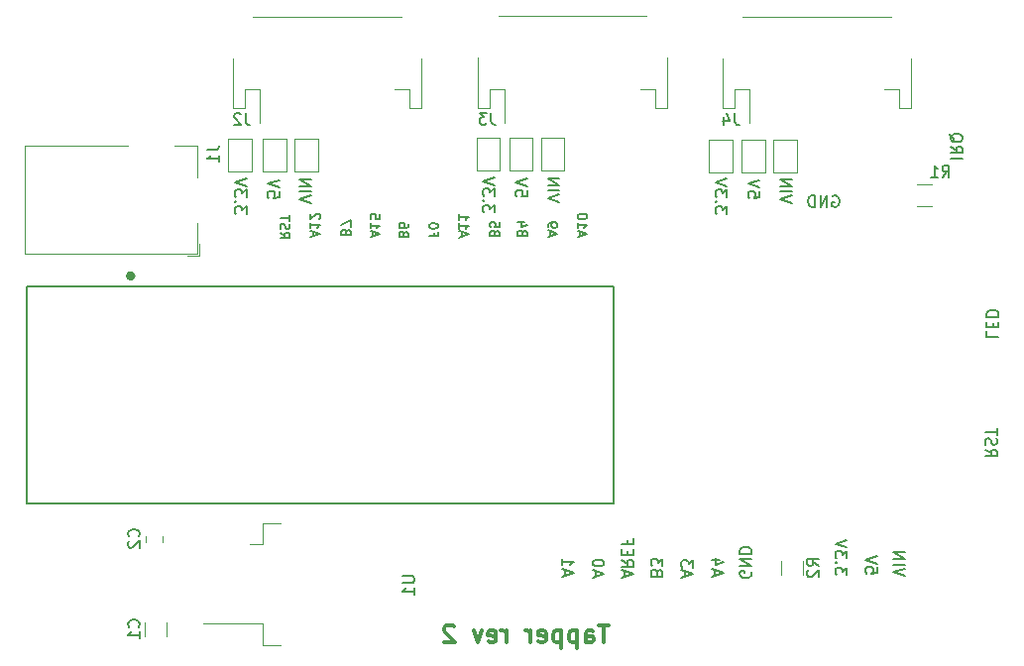
<source format=gbr>
G04 #@! TF.GenerationSoftware,KiCad,Pcbnew,5.1.5+dfsg1-2build2*
G04 #@! TF.CreationDate,2020-11-18T21:04:39-08:00*
G04 #@! TF.ProjectId,Tapper,54617070-6572-42e6-9b69-6361645f7063,rev?*
G04 #@! TF.SameCoordinates,Original*
G04 #@! TF.FileFunction,Legend,Bot*
G04 #@! TF.FilePolarity,Positive*
%FSLAX46Y46*%
G04 Gerber Fmt 4.6, Leading zero omitted, Abs format (unit mm)*
G04 Created by KiCad (PCBNEW 5.1.5+dfsg1-2build2) date 2020-11-18 21:04:39*
%MOMM*%
%LPD*%
G04 APERTURE LIST*
%ADD10C,0.150000*%
%ADD11C,0.300000*%
%ADD12C,0.120000*%
%ADD13C,0.400000*%
%ADD14C,0.127000*%
G04 APERTURE END LIST*
D10*
X224497619Y-56573809D02*
X225497619Y-56573809D01*
X224497619Y-55526190D02*
X224973809Y-55859523D01*
X224497619Y-56097619D02*
X225497619Y-56097619D01*
X225497619Y-55716666D01*
X225450000Y-55621428D01*
X225402380Y-55573809D01*
X225307142Y-55526190D01*
X225164285Y-55526190D01*
X225069047Y-55573809D01*
X225021428Y-55621428D01*
X224973809Y-55716666D01*
X224973809Y-56097619D01*
X224402380Y-54430952D02*
X224450000Y-54526190D01*
X224545238Y-54621428D01*
X224688095Y-54764285D01*
X224735714Y-54859523D01*
X224735714Y-54954761D01*
X224497619Y-54907142D02*
X224545238Y-55002380D01*
X224640476Y-55097619D01*
X224830952Y-55145238D01*
X225164285Y-55145238D01*
X225354761Y-55097619D01*
X225450000Y-55002380D01*
X225497619Y-54907142D01*
X225497619Y-54716666D01*
X225450000Y-54621428D01*
X225354761Y-54526190D01*
X225164285Y-54478571D01*
X224830952Y-54478571D01*
X224640476Y-54526190D01*
X224545238Y-54621428D01*
X224497619Y-54716666D01*
X224497619Y-54907142D01*
X192866666Y-63175119D02*
X192866666Y-62794166D01*
X192638095Y-63251309D02*
X193438095Y-62984642D01*
X192638095Y-62717976D01*
X192638095Y-62032261D02*
X192638095Y-62489404D01*
X192638095Y-62260833D02*
X193438095Y-62260833D01*
X193323809Y-62337023D01*
X193247619Y-62413214D01*
X193209523Y-62489404D01*
X193438095Y-61537023D02*
X193438095Y-61460833D01*
X193400000Y-61384642D01*
X193361904Y-61346547D01*
X193285714Y-61308452D01*
X193133333Y-61270357D01*
X192942857Y-61270357D01*
X192790476Y-61308452D01*
X192714285Y-61346547D01*
X192676190Y-61384642D01*
X192638095Y-61460833D01*
X192638095Y-61537023D01*
X192676190Y-61613214D01*
X192714285Y-61651309D01*
X192790476Y-61689404D01*
X192942857Y-61727500D01*
X193133333Y-61727500D01*
X193285714Y-61689404D01*
X193361904Y-61651309D01*
X193400000Y-61613214D01*
X193438095Y-61537023D01*
X190316666Y-63150119D02*
X190316666Y-62769166D01*
X190088095Y-63226309D02*
X190888095Y-62959642D01*
X190088095Y-62692976D01*
X190088095Y-62388214D02*
X190088095Y-62235833D01*
X190126190Y-62159642D01*
X190164285Y-62121547D01*
X190278571Y-62045357D01*
X190430952Y-62007261D01*
X190735714Y-62007261D01*
X190811904Y-62045357D01*
X190850000Y-62083452D01*
X190888095Y-62159642D01*
X190888095Y-62312023D01*
X190850000Y-62388214D01*
X190811904Y-62426309D01*
X190735714Y-62464404D01*
X190545238Y-62464404D01*
X190469047Y-62426309D01*
X190430952Y-62388214D01*
X190392857Y-62312023D01*
X190392857Y-62159642D01*
X190430952Y-62083452D01*
X190469047Y-62045357D01*
X190545238Y-62007261D01*
X187957142Y-62895357D02*
X187919047Y-62781071D01*
X187880952Y-62742976D01*
X187804761Y-62704880D01*
X187690476Y-62704880D01*
X187614285Y-62742976D01*
X187576190Y-62781071D01*
X187538095Y-62857261D01*
X187538095Y-63162023D01*
X188338095Y-63162023D01*
X188338095Y-62895357D01*
X188300000Y-62819166D01*
X188261904Y-62781071D01*
X188185714Y-62742976D01*
X188109523Y-62742976D01*
X188033333Y-62781071D01*
X187995238Y-62819166D01*
X187957142Y-62895357D01*
X187957142Y-63162023D01*
X188071428Y-62019166D02*
X187538095Y-62019166D01*
X188376190Y-62209642D02*
X187804761Y-62400119D01*
X187804761Y-61904880D01*
X185557142Y-62920357D02*
X185519047Y-62806071D01*
X185480952Y-62767976D01*
X185404761Y-62729880D01*
X185290476Y-62729880D01*
X185214285Y-62767976D01*
X185176190Y-62806071D01*
X185138095Y-62882261D01*
X185138095Y-63187023D01*
X185938095Y-63187023D01*
X185938095Y-62920357D01*
X185900000Y-62844166D01*
X185861904Y-62806071D01*
X185785714Y-62767976D01*
X185709523Y-62767976D01*
X185633333Y-62806071D01*
X185595238Y-62844166D01*
X185557142Y-62920357D01*
X185557142Y-63187023D01*
X185938095Y-62006071D02*
X185938095Y-62387023D01*
X185557142Y-62425119D01*
X185595238Y-62387023D01*
X185633333Y-62310833D01*
X185633333Y-62120357D01*
X185595238Y-62044166D01*
X185557142Y-62006071D01*
X185480952Y-61967976D01*
X185290476Y-61967976D01*
X185214285Y-62006071D01*
X185176190Y-62044166D01*
X185138095Y-62120357D01*
X185138095Y-62310833D01*
X185176190Y-62387023D01*
X185214285Y-62425119D01*
X182741666Y-63225119D02*
X182741666Y-62844166D01*
X182513095Y-63301309D02*
X183313095Y-63034642D01*
X182513095Y-62767976D01*
X182513095Y-62082261D02*
X182513095Y-62539404D01*
X182513095Y-62310833D02*
X183313095Y-62310833D01*
X183198809Y-62387023D01*
X183122619Y-62463214D01*
X183084523Y-62539404D01*
X182513095Y-61320357D02*
X182513095Y-61777500D01*
X182513095Y-61548928D02*
X183313095Y-61548928D01*
X183198809Y-61625119D01*
X183122619Y-61701309D01*
X183084523Y-61777500D01*
X167263095Y-62879880D02*
X167644047Y-63146547D01*
X167263095Y-63337023D02*
X168063095Y-63337023D01*
X168063095Y-63032261D01*
X168025000Y-62956071D01*
X167986904Y-62917976D01*
X167910714Y-62879880D01*
X167796428Y-62879880D01*
X167720238Y-62917976D01*
X167682142Y-62956071D01*
X167644047Y-63032261D01*
X167644047Y-63337023D01*
X167301190Y-62575119D02*
X167263095Y-62460833D01*
X167263095Y-62270357D01*
X167301190Y-62194166D01*
X167339285Y-62156071D01*
X167415476Y-62117976D01*
X167491666Y-62117976D01*
X167567857Y-62156071D01*
X167605952Y-62194166D01*
X167644047Y-62270357D01*
X167682142Y-62422738D01*
X167720238Y-62498928D01*
X167758333Y-62537023D01*
X167834523Y-62575119D01*
X167910714Y-62575119D01*
X167986904Y-62537023D01*
X168025000Y-62498928D01*
X168063095Y-62422738D01*
X168063095Y-62232261D01*
X168025000Y-62117976D01*
X168063095Y-61889404D02*
X168063095Y-61432261D01*
X167263095Y-61660833D02*
X168063095Y-61660833D01*
X170066666Y-63175119D02*
X170066666Y-62794166D01*
X169838095Y-63251309D02*
X170638095Y-62984642D01*
X169838095Y-62717976D01*
X169838095Y-62032261D02*
X169838095Y-62489404D01*
X169838095Y-62260833D02*
X170638095Y-62260833D01*
X170523809Y-62337023D01*
X170447619Y-62413214D01*
X170409523Y-62489404D01*
X170561904Y-61727500D02*
X170600000Y-61689404D01*
X170638095Y-61613214D01*
X170638095Y-61422738D01*
X170600000Y-61346547D01*
X170561904Y-61308452D01*
X170485714Y-61270357D01*
X170409523Y-61270357D01*
X170295238Y-61308452D01*
X169838095Y-61765595D01*
X169838095Y-61270357D01*
X172857142Y-62845357D02*
X172819047Y-62731071D01*
X172780952Y-62692976D01*
X172704761Y-62654880D01*
X172590476Y-62654880D01*
X172514285Y-62692976D01*
X172476190Y-62731071D01*
X172438095Y-62807261D01*
X172438095Y-63112023D01*
X173238095Y-63112023D01*
X173238095Y-62845357D01*
X173200000Y-62769166D01*
X173161904Y-62731071D01*
X173085714Y-62692976D01*
X173009523Y-62692976D01*
X172933333Y-62731071D01*
X172895238Y-62769166D01*
X172857142Y-62845357D01*
X172857142Y-63112023D01*
X173238095Y-62388214D02*
X173238095Y-61854880D01*
X172438095Y-62197738D01*
X175166666Y-63200119D02*
X175166666Y-62819166D01*
X174938095Y-63276309D02*
X175738095Y-63009642D01*
X174938095Y-62742976D01*
X174938095Y-62057261D02*
X174938095Y-62514404D01*
X174938095Y-62285833D02*
X175738095Y-62285833D01*
X175623809Y-62362023D01*
X175547619Y-62438214D01*
X175509523Y-62514404D01*
X175738095Y-61333452D02*
X175738095Y-61714404D01*
X175357142Y-61752500D01*
X175395238Y-61714404D01*
X175433333Y-61638214D01*
X175433333Y-61447738D01*
X175395238Y-61371547D01*
X175357142Y-61333452D01*
X175280952Y-61295357D01*
X175090476Y-61295357D01*
X175014285Y-61333452D01*
X174976190Y-61371547D01*
X174938095Y-61447738D01*
X174938095Y-61638214D01*
X174976190Y-61714404D01*
X175014285Y-61752500D01*
X177807142Y-63023809D02*
X177769047Y-62909523D01*
X177730952Y-62871428D01*
X177654761Y-62833333D01*
X177540476Y-62833333D01*
X177464285Y-62871428D01*
X177426190Y-62909523D01*
X177388095Y-62985714D01*
X177388095Y-63290476D01*
X178188095Y-63290476D01*
X178188095Y-63023809D01*
X178150000Y-62947619D01*
X178111904Y-62909523D01*
X178035714Y-62871428D01*
X177959523Y-62871428D01*
X177883333Y-62909523D01*
X177845238Y-62947619D01*
X177807142Y-63023809D01*
X177807142Y-63290476D01*
X178188095Y-62147619D02*
X178188095Y-62300000D01*
X178150000Y-62376190D01*
X178111904Y-62414285D01*
X177997619Y-62490476D01*
X177845238Y-62528571D01*
X177540476Y-62528571D01*
X177464285Y-62490476D01*
X177426190Y-62452380D01*
X177388095Y-62376190D01*
X177388095Y-62223809D01*
X177426190Y-62147619D01*
X177464285Y-62109523D01*
X177540476Y-62071428D01*
X177730952Y-62071428D01*
X177807142Y-62109523D01*
X177845238Y-62147619D01*
X177883333Y-62223809D01*
X177883333Y-62376190D01*
X177845238Y-62452380D01*
X177807142Y-62490476D01*
X177730952Y-62528571D01*
X180357142Y-62941666D02*
X180357142Y-63208333D01*
X179938095Y-63208333D02*
X180738095Y-63208333D01*
X180738095Y-62827380D01*
X180738095Y-62370238D02*
X180738095Y-62294047D01*
X180700000Y-62217857D01*
X180661904Y-62179761D01*
X180585714Y-62141666D01*
X180433333Y-62103571D01*
X180242857Y-62103571D01*
X180090476Y-62141666D01*
X180014285Y-62179761D01*
X179976190Y-62217857D01*
X179938095Y-62294047D01*
X179938095Y-62370238D01*
X179976190Y-62446428D01*
X180014285Y-62484523D01*
X180090476Y-62522619D01*
X180242857Y-62560714D01*
X180433333Y-62560714D01*
X180585714Y-62522619D01*
X180661904Y-62484523D01*
X180700000Y-62446428D01*
X180738095Y-62370238D01*
D11*
X195317142Y-96408571D02*
X194460000Y-96408571D01*
X194888571Y-97908571D02*
X194888571Y-96408571D01*
X193317142Y-97908571D02*
X193317142Y-97122857D01*
X193388571Y-96980000D01*
X193531428Y-96908571D01*
X193817142Y-96908571D01*
X193960000Y-96980000D01*
X193317142Y-97837142D02*
X193460000Y-97908571D01*
X193817142Y-97908571D01*
X193960000Y-97837142D01*
X194031428Y-97694285D01*
X194031428Y-97551428D01*
X193960000Y-97408571D01*
X193817142Y-97337142D01*
X193460000Y-97337142D01*
X193317142Y-97265714D01*
X192602857Y-96908571D02*
X192602857Y-98408571D01*
X192602857Y-96980000D02*
X192460000Y-96908571D01*
X192174285Y-96908571D01*
X192031428Y-96980000D01*
X191960000Y-97051428D01*
X191888571Y-97194285D01*
X191888571Y-97622857D01*
X191960000Y-97765714D01*
X192031428Y-97837142D01*
X192174285Y-97908571D01*
X192460000Y-97908571D01*
X192602857Y-97837142D01*
X191245714Y-96908571D02*
X191245714Y-98408571D01*
X191245714Y-96980000D02*
X191102857Y-96908571D01*
X190817142Y-96908571D01*
X190674285Y-96980000D01*
X190602857Y-97051428D01*
X190531428Y-97194285D01*
X190531428Y-97622857D01*
X190602857Y-97765714D01*
X190674285Y-97837142D01*
X190817142Y-97908571D01*
X191102857Y-97908571D01*
X191245714Y-97837142D01*
X189317142Y-97837142D02*
X189460000Y-97908571D01*
X189745714Y-97908571D01*
X189888571Y-97837142D01*
X189960000Y-97694285D01*
X189960000Y-97122857D01*
X189888571Y-96980000D01*
X189745714Y-96908571D01*
X189460000Y-96908571D01*
X189317142Y-96980000D01*
X189245714Y-97122857D01*
X189245714Y-97265714D01*
X189960000Y-97408571D01*
X188602857Y-97908571D02*
X188602857Y-96908571D01*
X188602857Y-97194285D02*
X188531428Y-97051428D01*
X188460000Y-96980000D01*
X188317142Y-96908571D01*
X188174285Y-96908571D01*
X186531428Y-97908571D02*
X186531428Y-96908571D01*
X186531428Y-97194285D02*
X186460000Y-97051428D01*
X186388571Y-96980000D01*
X186245714Y-96908571D01*
X186102857Y-96908571D01*
X185031428Y-97837142D02*
X185174285Y-97908571D01*
X185460000Y-97908571D01*
X185602857Y-97837142D01*
X185674285Y-97694285D01*
X185674285Y-97122857D01*
X185602857Y-96980000D01*
X185460000Y-96908571D01*
X185174285Y-96908571D01*
X185031428Y-96980000D01*
X184960000Y-97122857D01*
X184960000Y-97265714D01*
X185674285Y-97408571D01*
X184460000Y-96908571D02*
X184102857Y-97908571D01*
X183745714Y-96908571D01*
X182102857Y-96551428D02*
X182031428Y-96480000D01*
X181888571Y-96408571D01*
X181531428Y-96408571D01*
X181388571Y-96480000D01*
X181317142Y-96551428D01*
X181245714Y-96694285D01*
X181245714Y-96837142D01*
X181317142Y-97051428D01*
X182174285Y-97908571D01*
X181245714Y-97908571D01*
D10*
X214420595Y-59760000D02*
X214515833Y-59712380D01*
X214658690Y-59712380D01*
X214801547Y-59760000D01*
X214896785Y-59855238D01*
X214944404Y-59950476D01*
X214992023Y-60140952D01*
X214992023Y-60283809D01*
X214944404Y-60474285D01*
X214896785Y-60569523D01*
X214801547Y-60664761D01*
X214658690Y-60712380D01*
X214563452Y-60712380D01*
X214420595Y-60664761D01*
X214372976Y-60617142D01*
X214372976Y-60283809D01*
X214563452Y-60283809D01*
X213944404Y-60712380D02*
X213944404Y-59712380D01*
X213372976Y-60712380D01*
X213372976Y-59712380D01*
X212896785Y-60712380D02*
X212896785Y-59712380D01*
X212658690Y-59712380D01*
X212515833Y-59760000D01*
X212420595Y-59855238D01*
X212372976Y-59950476D01*
X212325357Y-60140952D01*
X212325357Y-60283809D01*
X212372976Y-60474285D01*
X212420595Y-60569523D01*
X212515833Y-60664761D01*
X212658690Y-60712380D01*
X212896785Y-60712380D01*
X164357619Y-61276190D02*
X164357619Y-60657142D01*
X163976666Y-60990476D01*
X163976666Y-60847619D01*
X163929047Y-60752380D01*
X163881428Y-60704761D01*
X163786190Y-60657142D01*
X163548095Y-60657142D01*
X163452857Y-60704761D01*
X163405238Y-60752380D01*
X163357619Y-60847619D01*
X163357619Y-61133333D01*
X163405238Y-61228571D01*
X163452857Y-61276190D01*
X163452857Y-60228571D02*
X163405238Y-60180952D01*
X163357619Y-60228571D01*
X163405238Y-60276190D01*
X163452857Y-60228571D01*
X163357619Y-60228571D01*
X164357619Y-59847619D02*
X164357619Y-59228571D01*
X163976666Y-59561904D01*
X163976666Y-59419047D01*
X163929047Y-59323809D01*
X163881428Y-59276190D01*
X163786190Y-59228571D01*
X163548095Y-59228571D01*
X163452857Y-59276190D01*
X163405238Y-59323809D01*
X163357619Y-59419047D01*
X163357619Y-59704761D01*
X163405238Y-59800000D01*
X163452857Y-59847619D01*
X164357619Y-58942857D02*
X163357619Y-58609523D01*
X164357619Y-58276190D01*
X167157619Y-59390476D02*
X167157619Y-59866666D01*
X166681428Y-59914285D01*
X166729047Y-59866666D01*
X166776666Y-59771428D01*
X166776666Y-59533333D01*
X166729047Y-59438095D01*
X166681428Y-59390476D01*
X166586190Y-59342857D01*
X166348095Y-59342857D01*
X166252857Y-59390476D01*
X166205238Y-59438095D01*
X166157619Y-59533333D01*
X166157619Y-59771428D01*
X166205238Y-59866666D01*
X166252857Y-59914285D01*
X167157619Y-59057142D02*
X166157619Y-58723809D01*
X167157619Y-58390476D01*
X169907619Y-60395238D02*
X168907619Y-60061904D01*
X169907619Y-59728571D01*
X168907619Y-59395238D02*
X169907619Y-59395238D01*
X168907619Y-58919047D02*
X169907619Y-58919047D01*
X168907619Y-58347619D01*
X169907619Y-58347619D01*
X208197619Y-59390476D02*
X208197619Y-59866666D01*
X207721428Y-59914285D01*
X207769047Y-59866666D01*
X207816666Y-59771428D01*
X207816666Y-59533333D01*
X207769047Y-59438095D01*
X207721428Y-59390476D01*
X207626190Y-59342857D01*
X207388095Y-59342857D01*
X207292857Y-59390476D01*
X207245238Y-59438095D01*
X207197619Y-59533333D01*
X207197619Y-59771428D01*
X207245238Y-59866666D01*
X207292857Y-59914285D01*
X208197619Y-59057142D02*
X207197619Y-58723809D01*
X208197619Y-58390476D01*
X210947619Y-60395238D02*
X209947619Y-60061904D01*
X210947619Y-59728571D01*
X209947619Y-59395238D02*
X210947619Y-59395238D01*
X209947619Y-58919047D02*
X210947619Y-58919047D01*
X209947619Y-58347619D01*
X210947619Y-58347619D01*
X205397619Y-61276190D02*
X205397619Y-60657142D01*
X205016666Y-60990476D01*
X205016666Y-60847619D01*
X204969047Y-60752380D01*
X204921428Y-60704761D01*
X204826190Y-60657142D01*
X204588095Y-60657142D01*
X204492857Y-60704761D01*
X204445238Y-60752380D01*
X204397619Y-60847619D01*
X204397619Y-61133333D01*
X204445238Y-61228571D01*
X204492857Y-61276190D01*
X204492857Y-60228571D02*
X204445238Y-60180952D01*
X204397619Y-60228571D01*
X204445238Y-60276190D01*
X204492857Y-60228571D01*
X204397619Y-60228571D01*
X205397619Y-59847619D02*
X205397619Y-59228571D01*
X205016666Y-59561904D01*
X205016666Y-59419047D01*
X204969047Y-59323809D01*
X204921428Y-59276190D01*
X204826190Y-59228571D01*
X204588095Y-59228571D01*
X204492857Y-59276190D01*
X204445238Y-59323809D01*
X204397619Y-59419047D01*
X204397619Y-59704761D01*
X204445238Y-59800000D01*
X204492857Y-59847619D01*
X205397619Y-58942857D02*
X204397619Y-58609523D01*
X205397619Y-58276190D01*
X227587619Y-71322857D02*
X227587619Y-71799047D01*
X228587619Y-71799047D01*
X228111428Y-70989523D02*
X228111428Y-70656190D01*
X227587619Y-70513333D02*
X227587619Y-70989523D01*
X228587619Y-70989523D01*
X228587619Y-70513333D01*
X227587619Y-70084761D02*
X228587619Y-70084761D01*
X228587619Y-69846666D01*
X228540000Y-69703809D01*
X228444761Y-69608571D01*
X228349523Y-69560952D01*
X228159047Y-69513333D01*
X228016190Y-69513333D01*
X227825714Y-69560952D01*
X227730476Y-69608571D01*
X227635238Y-69703809D01*
X227587619Y-69846666D01*
X227587619Y-70084761D01*
X227457619Y-81417619D02*
X227933809Y-81750952D01*
X227457619Y-81989047D02*
X228457619Y-81989047D01*
X228457619Y-81608095D01*
X228410000Y-81512857D01*
X228362380Y-81465238D01*
X228267142Y-81417619D01*
X228124285Y-81417619D01*
X228029047Y-81465238D01*
X227981428Y-81512857D01*
X227933809Y-81608095D01*
X227933809Y-81989047D01*
X227505238Y-81036666D02*
X227457619Y-80893809D01*
X227457619Y-80655714D01*
X227505238Y-80560476D01*
X227552857Y-80512857D01*
X227648095Y-80465238D01*
X227743333Y-80465238D01*
X227838571Y-80512857D01*
X227886190Y-80560476D01*
X227933809Y-80655714D01*
X227981428Y-80846190D01*
X228029047Y-80941428D01*
X228076666Y-80989047D01*
X228171904Y-81036666D01*
X228267142Y-81036666D01*
X228362380Y-80989047D01*
X228410000Y-80941428D01*
X228457619Y-80846190D01*
X228457619Y-80608095D01*
X228410000Y-80465238D01*
X228457619Y-80179523D02*
X228457619Y-79608095D01*
X227457619Y-79893809D02*
X228457619Y-79893809D01*
X207450000Y-91840595D02*
X207497619Y-91935833D01*
X207497619Y-92078690D01*
X207450000Y-92221547D01*
X207354761Y-92316785D01*
X207259523Y-92364404D01*
X207069047Y-92412023D01*
X206926190Y-92412023D01*
X206735714Y-92364404D01*
X206640476Y-92316785D01*
X206545238Y-92221547D01*
X206497619Y-92078690D01*
X206497619Y-91983452D01*
X206545238Y-91840595D01*
X206592857Y-91792976D01*
X206926190Y-91792976D01*
X206926190Y-91983452D01*
X206497619Y-91364404D02*
X207497619Y-91364404D01*
X206497619Y-90792976D01*
X207497619Y-90792976D01*
X206497619Y-90316785D02*
X207497619Y-90316785D01*
X207497619Y-90078690D01*
X207450000Y-89935833D01*
X207354761Y-89840595D01*
X207259523Y-89792976D01*
X207069047Y-89745357D01*
X206926190Y-89745357D01*
X206735714Y-89792976D01*
X206640476Y-89840595D01*
X206545238Y-89935833D01*
X206497619Y-90078690D01*
X206497619Y-90316785D01*
X191583333Y-92162023D02*
X191583333Y-91685833D01*
X191297619Y-92257261D02*
X192297619Y-91923928D01*
X191297619Y-91590595D01*
X191297619Y-90733452D02*
X191297619Y-91304880D01*
X191297619Y-91019166D02*
X192297619Y-91019166D01*
X192154761Y-91114404D01*
X192059523Y-91209642D01*
X192011904Y-91304880D01*
X194183333Y-92262023D02*
X194183333Y-91785833D01*
X193897619Y-92357261D02*
X194897619Y-92023928D01*
X193897619Y-91690595D01*
X194897619Y-91166785D02*
X194897619Y-91071547D01*
X194850000Y-90976309D01*
X194802380Y-90928690D01*
X194707142Y-90881071D01*
X194516666Y-90833452D01*
X194278571Y-90833452D01*
X194088095Y-90881071D01*
X193992857Y-90928690D01*
X193945238Y-90976309D01*
X193897619Y-91071547D01*
X193897619Y-91166785D01*
X193945238Y-91262023D01*
X193992857Y-91309642D01*
X194088095Y-91357261D01*
X194278571Y-91404880D01*
X194516666Y-91404880D01*
X194707142Y-91357261D01*
X194802380Y-91309642D01*
X194850000Y-91262023D01*
X194897619Y-91166785D01*
X196683333Y-92312023D02*
X196683333Y-91835833D01*
X196397619Y-92407261D02*
X197397619Y-92073928D01*
X196397619Y-91740595D01*
X196397619Y-90835833D02*
X196873809Y-91169166D01*
X196397619Y-91407261D02*
X197397619Y-91407261D01*
X197397619Y-91026309D01*
X197350000Y-90931071D01*
X197302380Y-90883452D01*
X197207142Y-90835833D01*
X197064285Y-90835833D01*
X196969047Y-90883452D01*
X196921428Y-90931071D01*
X196873809Y-91026309D01*
X196873809Y-91407261D01*
X196921428Y-90407261D02*
X196921428Y-90073928D01*
X196397619Y-89931071D02*
X196397619Y-90407261D01*
X197397619Y-90407261D01*
X197397619Y-89931071D01*
X196921428Y-89169166D02*
X196921428Y-89502500D01*
X196397619Y-89502500D02*
X197397619Y-89502500D01*
X197397619Y-89026309D01*
X199421428Y-91931071D02*
X199373809Y-91788214D01*
X199326190Y-91740595D01*
X199230952Y-91692976D01*
X199088095Y-91692976D01*
X198992857Y-91740595D01*
X198945238Y-91788214D01*
X198897619Y-91883452D01*
X198897619Y-92264404D01*
X199897619Y-92264404D01*
X199897619Y-91931071D01*
X199850000Y-91835833D01*
X199802380Y-91788214D01*
X199707142Y-91740595D01*
X199611904Y-91740595D01*
X199516666Y-91788214D01*
X199469047Y-91835833D01*
X199421428Y-91931071D01*
X199421428Y-92264404D01*
X199897619Y-91359642D02*
X199897619Y-90740595D01*
X199516666Y-91073928D01*
X199516666Y-90931071D01*
X199469047Y-90835833D01*
X199421428Y-90788214D01*
X199326190Y-90740595D01*
X199088095Y-90740595D01*
X198992857Y-90788214D01*
X198945238Y-90835833D01*
X198897619Y-90931071D01*
X198897619Y-91216785D01*
X198945238Y-91312023D01*
X198992857Y-91359642D01*
X201783333Y-92312023D02*
X201783333Y-91835833D01*
X201497619Y-92407261D02*
X202497619Y-92073928D01*
X201497619Y-91740595D01*
X202497619Y-91502500D02*
X202497619Y-90883452D01*
X202116666Y-91216785D01*
X202116666Y-91073928D01*
X202069047Y-90978690D01*
X202021428Y-90931071D01*
X201926190Y-90883452D01*
X201688095Y-90883452D01*
X201592857Y-90931071D01*
X201545238Y-90978690D01*
X201497619Y-91073928D01*
X201497619Y-91359642D01*
X201545238Y-91454880D01*
X201592857Y-91502500D01*
X204383333Y-92162023D02*
X204383333Y-91685833D01*
X204097619Y-92257261D02*
X205097619Y-91923928D01*
X204097619Y-91590595D01*
X204764285Y-90828690D02*
X204097619Y-90828690D01*
X205145238Y-91066785D02*
X204430952Y-91304880D01*
X204430952Y-90685833D01*
X215647619Y-92126190D02*
X215647619Y-91507142D01*
X215266666Y-91840476D01*
X215266666Y-91697619D01*
X215219047Y-91602380D01*
X215171428Y-91554761D01*
X215076190Y-91507142D01*
X214838095Y-91507142D01*
X214742857Y-91554761D01*
X214695238Y-91602380D01*
X214647619Y-91697619D01*
X214647619Y-91983333D01*
X214695238Y-92078571D01*
X214742857Y-92126190D01*
X214742857Y-91078571D02*
X214695238Y-91030952D01*
X214647619Y-91078571D01*
X214695238Y-91126190D01*
X214742857Y-91078571D01*
X214647619Y-91078571D01*
X215647619Y-90697619D02*
X215647619Y-90078571D01*
X215266666Y-90411904D01*
X215266666Y-90269047D01*
X215219047Y-90173809D01*
X215171428Y-90126190D01*
X215076190Y-90078571D01*
X214838095Y-90078571D01*
X214742857Y-90126190D01*
X214695238Y-90173809D01*
X214647619Y-90269047D01*
X214647619Y-90554761D01*
X214695238Y-90650000D01*
X214742857Y-90697619D01*
X215647619Y-89792857D02*
X214647619Y-89459523D01*
X215647619Y-89126190D01*
X218247619Y-91490476D02*
X218247619Y-91966666D01*
X217771428Y-92014285D01*
X217819047Y-91966666D01*
X217866666Y-91871428D01*
X217866666Y-91633333D01*
X217819047Y-91538095D01*
X217771428Y-91490476D01*
X217676190Y-91442857D01*
X217438095Y-91442857D01*
X217342857Y-91490476D01*
X217295238Y-91538095D01*
X217247619Y-91633333D01*
X217247619Y-91871428D01*
X217295238Y-91966666D01*
X217342857Y-92014285D01*
X218247619Y-91157142D02*
X217247619Y-90823809D01*
X218247619Y-90490476D01*
X220597619Y-92245238D02*
X219597619Y-91911904D01*
X220597619Y-91578571D01*
X219597619Y-91245238D02*
X220597619Y-91245238D01*
X219597619Y-90769047D02*
X220597619Y-90769047D01*
X219597619Y-90197619D01*
X220597619Y-90197619D01*
X180357142Y-62941666D02*
X180357142Y-63208333D01*
X179938095Y-63208333D02*
X180738095Y-63208333D01*
X180738095Y-62827380D01*
X180738095Y-62370238D02*
X180738095Y-62294047D01*
X180700000Y-62217857D01*
X180661904Y-62179761D01*
X180585714Y-62141666D01*
X180433333Y-62103571D01*
X180242857Y-62103571D01*
X180090476Y-62141666D01*
X180014285Y-62179761D01*
X179976190Y-62217857D01*
X179938095Y-62294047D01*
X179938095Y-62370238D01*
X179976190Y-62446428D01*
X180014285Y-62484523D01*
X180090476Y-62522619D01*
X180242857Y-62560714D01*
X180433333Y-62560714D01*
X180585714Y-62522619D01*
X180661904Y-62484523D01*
X180700000Y-62446428D01*
X180738095Y-62370238D01*
X185547619Y-61176190D02*
X185547619Y-60557142D01*
X185166666Y-60890476D01*
X185166666Y-60747619D01*
X185119047Y-60652380D01*
X185071428Y-60604761D01*
X184976190Y-60557142D01*
X184738095Y-60557142D01*
X184642857Y-60604761D01*
X184595238Y-60652380D01*
X184547619Y-60747619D01*
X184547619Y-61033333D01*
X184595238Y-61128571D01*
X184642857Y-61176190D01*
X184642857Y-60128571D02*
X184595238Y-60080952D01*
X184547619Y-60128571D01*
X184595238Y-60176190D01*
X184642857Y-60128571D01*
X184547619Y-60128571D01*
X185547619Y-59747619D02*
X185547619Y-59128571D01*
X185166666Y-59461904D01*
X185166666Y-59319047D01*
X185119047Y-59223809D01*
X185071428Y-59176190D01*
X184976190Y-59128571D01*
X184738095Y-59128571D01*
X184642857Y-59176190D01*
X184595238Y-59223809D01*
X184547619Y-59319047D01*
X184547619Y-59604761D01*
X184595238Y-59700000D01*
X184642857Y-59747619D01*
X185547619Y-58842857D02*
X184547619Y-58509523D01*
X185547619Y-58176190D01*
X188347619Y-59290476D02*
X188347619Y-59766666D01*
X187871428Y-59814285D01*
X187919047Y-59766666D01*
X187966666Y-59671428D01*
X187966666Y-59433333D01*
X187919047Y-59338095D01*
X187871428Y-59290476D01*
X187776190Y-59242857D01*
X187538095Y-59242857D01*
X187442857Y-59290476D01*
X187395238Y-59338095D01*
X187347619Y-59433333D01*
X187347619Y-59671428D01*
X187395238Y-59766666D01*
X187442857Y-59814285D01*
X188347619Y-58957142D02*
X187347619Y-58623809D01*
X188347619Y-58290476D01*
X191097619Y-60295238D02*
X190097619Y-59961904D01*
X191097619Y-59628571D01*
X190097619Y-59295238D02*
X191097619Y-59295238D01*
X190097619Y-58819047D02*
X191097619Y-58819047D01*
X190097619Y-58247619D01*
X191097619Y-58247619D01*
D12*
X210065000Y-92127064D02*
X210065000Y-90922936D01*
X211885000Y-92127064D02*
X211885000Y-90922936D01*
D13*
X154670000Y-66590000D02*
G75*
G03X154670000Y-66590000I-200000J0D01*
G01*
D14*
X195745000Y-86020000D02*
X195745000Y-67480000D01*
X145580000Y-86021000D02*
X195745000Y-86020000D01*
X145580000Y-67480000D02*
X145580000Y-86021000D01*
X195745000Y-67480000D02*
X145580000Y-67480000D01*
D12*
X221647936Y-58790000D02*
X222852064Y-58790000D01*
X221647936Y-60610000D02*
X222852064Y-60610000D01*
X205850000Y-57750000D02*
X205850000Y-54950000D01*
X205850000Y-54950000D02*
X203850000Y-54950000D01*
X203850000Y-54950000D02*
X203850000Y-57750000D01*
X203850000Y-57750000D02*
X205850000Y-57750000D01*
X208650000Y-57750000D02*
X208650000Y-54950000D01*
X208650000Y-54950000D02*
X206650000Y-54950000D01*
X206650000Y-54950000D02*
X206650000Y-57750000D01*
X206650000Y-57750000D02*
X208650000Y-57750000D01*
X211350000Y-57750000D02*
X211350000Y-54950000D01*
X211350000Y-54950000D02*
X209350000Y-54950000D01*
X209350000Y-54950000D02*
X209350000Y-57750000D01*
X209350000Y-57750000D02*
X211350000Y-57750000D01*
X191500000Y-57600000D02*
X191500000Y-54800000D01*
X191500000Y-54800000D02*
X189500000Y-54800000D01*
X189500000Y-54800000D02*
X189500000Y-57600000D01*
X189500000Y-57600000D02*
X191500000Y-57600000D01*
X170460000Y-57650000D02*
X170460000Y-54850000D01*
X170460000Y-54850000D02*
X168460000Y-54850000D01*
X168460000Y-54850000D02*
X168460000Y-57650000D01*
X168460000Y-57650000D02*
X170460000Y-57650000D01*
X188800000Y-57600000D02*
X188800000Y-54800000D01*
X188800000Y-54800000D02*
X186800000Y-54800000D01*
X186800000Y-54800000D02*
X186800000Y-57600000D01*
X186800000Y-57600000D02*
X188800000Y-57600000D01*
X167760000Y-57675000D02*
X167760000Y-54875000D01*
X167760000Y-54875000D02*
X165760000Y-54875000D01*
X165760000Y-54875000D02*
X165760000Y-57675000D01*
X165760000Y-57675000D02*
X167760000Y-57675000D01*
X186000000Y-57600000D02*
X186000000Y-54800000D01*
X186000000Y-54800000D02*
X184000000Y-54800000D01*
X184000000Y-54800000D02*
X184000000Y-57600000D01*
X184000000Y-57600000D02*
X186000000Y-57600000D01*
X164810000Y-57700000D02*
X164810000Y-54900000D01*
X164810000Y-54900000D02*
X162810000Y-54900000D01*
X162810000Y-54900000D02*
X162810000Y-57700000D01*
X162810000Y-57700000D02*
X164810000Y-57700000D01*
X206710000Y-44440000D02*
X219390000Y-44440000D01*
X220090000Y-50660000D02*
X218810000Y-50660000D01*
X220090000Y-52260000D02*
X220090000Y-50660000D01*
X221110000Y-52260000D02*
X220090000Y-52260000D01*
X221110000Y-48010000D02*
X221110000Y-52260000D01*
X207290000Y-50660000D02*
X207290000Y-53550000D01*
X206010000Y-50660000D02*
X207290000Y-50660000D01*
X206010000Y-52260000D02*
X206010000Y-50660000D01*
X204990000Y-52260000D02*
X206010000Y-52260000D01*
X204990000Y-48010000D02*
X204990000Y-52260000D01*
X185860000Y-44390000D02*
X198540000Y-44390000D01*
X199240000Y-50610000D02*
X197960000Y-50610000D01*
X199240000Y-52210000D02*
X199240000Y-50610000D01*
X200260000Y-52210000D02*
X199240000Y-52210000D01*
X200260000Y-47960000D02*
X200260000Y-52210000D01*
X186440000Y-50610000D02*
X186440000Y-53500000D01*
X185160000Y-50610000D02*
X186440000Y-50610000D01*
X185160000Y-52210000D02*
X185160000Y-50610000D01*
X184140000Y-52210000D02*
X185160000Y-52210000D01*
X184140000Y-47960000D02*
X184140000Y-52210000D01*
X164920000Y-44440000D02*
X177600000Y-44440000D01*
X178300000Y-50660000D02*
X177020000Y-50660000D01*
X178300000Y-52260000D02*
X178300000Y-50660000D01*
X179320000Y-52260000D02*
X178300000Y-52260000D01*
X179320000Y-48010000D02*
X179320000Y-52260000D01*
X165500000Y-50660000D02*
X165500000Y-53550000D01*
X164220000Y-50660000D02*
X165500000Y-50660000D01*
X164220000Y-52260000D02*
X164220000Y-50660000D01*
X163200000Y-52260000D02*
X164220000Y-52260000D01*
X163200000Y-48010000D02*
X163200000Y-52260000D01*
X165750000Y-89510000D02*
X164650000Y-89510000D01*
X165750000Y-87700000D02*
X165750000Y-89510000D01*
X167250000Y-87700000D02*
X165750000Y-87700000D01*
X165750000Y-96290000D02*
X160625000Y-96290000D01*
X165750000Y-98100000D02*
X165750000Y-96290000D01*
X167250000Y-98100000D02*
X165750000Y-98100000D01*
X160150000Y-64700000D02*
X160150000Y-62100000D01*
X145450000Y-64700000D02*
X160150000Y-64700000D01*
X160150000Y-55500000D02*
X158250000Y-55500000D01*
X160150000Y-58200000D02*
X160150000Y-55500000D01*
X145450000Y-55500000D02*
X145450000Y-64700000D01*
X154250000Y-55500000D02*
X145450000Y-55500000D01*
X159300000Y-64900000D02*
X160350000Y-64900000D01*
X160350000Y-63850000D02*
X160350000Y-64900000D01*
X155740000Y-89361252D02*
X155740000Y-88838748D01*
X157160000Y-89361252D02*
X157160000Y-88838748D01*
X157510000Y-96147936D02*
X157510000Y-97352064D01*
X155690000Y-96147936D02*
X155690000Y-97352064D01*
D10*
X213247380Y-91358333D02*
X212771190Y-91025000D01*
X213247380Y-90786904D02*
X212247380Y-90786904D01*
X212247380Y-91167857D01*
X212295000Y-91263095D01*
X212342619Y-91310714D01*
X212437857Y-91358333D01*
X212580714Y-91358333D01*
X212675952Y-91310714D01*
X212723571Y-91263095D01*
X212771190Y-91167857D01*
X212771190Y-90786904D01*
X212342619Y-91739285D02*
X212295000Y-91786904D01*
X212247380Y-91882142D01*
X212247380Y-92120238D01*
X212295000Y-92215476D01*
X212342619Y-92263095D01*
X212437857Y-92310714D01*
X212533095Y-92310714D01*
X212675952Y-92263095D01*
X213247380Y-91691666D01*
X213247380Y-92310714D01*
X223791666Y-58152380D02*
X224125000Y-57676190D01*
X224363095Y-58152380D02*
X224363095Y-57152380D01*
X223982142Y-57152380D01*
X223886904Y-57200000D01*
X223839285Y-57247619D01*
X223791666Y-57342857D01*
X223791666Y-57485714D01*
X223839285Y-57580952D01*
X223886904Y-57628571D01*
X223982142Y-57676190D01*
X224363095Y-57676190D01*
X222839285Y-58152380D02*
X223410714Y-58152380D01*
X223125000Y-58152380D02*
X223125000Y-57152380D01*
X223220238Y-57295238D01*
X223315476Y-57390476D01*
X223410714Y-57438095D01*
X206058333Y-52702380D02*
X206058333Y-53416666D01*
X206105952Y-53559523D01*
X206201190Y-53654761D01*
X206344047Y-53702380D01*
X206439285Y-53702380D01*
X205153571Y-53035714D02*
X205153571Y-53702380D01*
X205391666Y-52654761D02*
X205629761Y-53369047D01*
X205010714Y-53369047D01*
X185258333Y-52652380D02*
X185258333Y-53366666D01*
X185305952Y-53509523D01*
X185401190Y-53604761D01*
X185544047Y-53652380D01*
X185639285Y-53652380D01*
X184877380Y-52652380D02*
X184258333Y-52652380D01*
X184591666Y-53033333D01*
X184448809Y-53033333D01*
X184353571Y-53080952D01*
X184305952Y-53128571D01*
X184258333Y-53223809D01*
X184258333Y-53461904D01*
X184305952Y-53557142D01*
X184353571Y-53604761D01*
X184448809Y-53652380D01*
X184734523Y-53652380D01*
X184829761Y-53604761D01*
X184877380Y-53557142D01*
X164293333Y-52702380D02*
X164293333Y-53416666D01*
X164340952Y-53559523D01*
X164436190Y-53654761D01*
X164579047Y-53702380D01*
X164674285Y-53702380D01*
X163864761Y-52797619D02*
X163817142Y-52750000D01*
X163721904Y-52702380D01*
X163483809Y-52702380D01*
X163388571Y-52750000D01*
X163340952Y-52797619D01*
X163293333Y-52892857D01*
X163293333Y-52988095D01*
X163340952Y-53130952D01*
X163912380Y-53702380D01*
X163293333Y-53702380D01*
X177677380Y-92238095D02*
X178486904Y-92238095D01*
X178582142Y-92285714D01*
X178629761Y-92333333D01*
X178677380Y-92428571D01*
X178677380Y-92619047D01*
X178629761Y-92714285D01*
X178582142Y-92761904D01*
X178486904Y-92809523D01*
X177677380Y-92809523D01*
X178677380Y-93809523D02*
X178677380Y-93238095D01*
X178677380Y-93523809D02*
X177677380Y-93523809D01*
X177820238Y-93428571D01*
X177915476Y-93333333D01*
X177963095Y-93238095D01*
X160977380Y-55841666D02*
X161691666Y-55841666D01*
X161834523Y-55794047D01*
X161929761Y-55698809D01*
X161977380Y-55555952D01*
X161977380Y-55460714D01*
X161977380Y-56841666D02*
X161977380Y-56270238D01*
X161977380Y-56555952D02*
X160977380Y-56555952D01*
X161120238Y-56460714D01*
X161215476Y-56365476D01*
X161263095Y-56270238D01*
X155132142Y-88858333D02*
X155179761Y-88810714D01*
X155227380Y-88667857D01*
X155227380Y-88572619D01*
X155179761Y-88429761D01*
X155084523Y-88334523D01*
X154989285Y-88286904D01*
X154798809Y-88239285D01*
X154655952Y-88239285D01*
X154465476Y-88286904D01*
X154370238Y-88334523D01*
X154275000Y-88429761D01*
X154227380Y-88572619D01*
X154227380Y-88667857D01*
X154275000Y-88810714D01*
X154322619Y-88858333D01*
X154322619Y-89239285D02*
X154275000Y-89286904D01*
X154227380Y-89382142D01*
X154227380Y-89620238D01*
X154275000Y-89715476D01*
X154322619Y-89763095D01*
X154417857Y-89810714D01*
X154513095Y-89810714D01*
X154655952Y-89763095D01*
X155227380Y-89191666D01*
X155227380Y-89810714D01*
X155137142Y-96583333D02*
X155184761Y-96535714D01*
X155232380Y-96392857D01*
X155232380Y-96297619D01*
X155184761Y-96154761D01*
X155089523Y-96059523D01*
X154994285Y-96011904D01*
X154803809Y-95964285D01*
X154660952Y-95964285D01*
X154470476Y-96011904D01*
X154375238Y-96059523D01*
X154280000Y-96154761D01*
X154232380Y-96297619D01*
X154232380Y-96392857D01*
X154280000Y-96535714D01*
X154327619Y-96583333D01*
X155232380Y-97535714D02*
X155232380Y-96964285D01*
X155232380Y-97250000D02*
X154232380Y-97250000D01*
X154375238Y-97154761D01*
X154470476Y-97059523D01*
X154518095Y-96964285D01*
M02*

</source>
